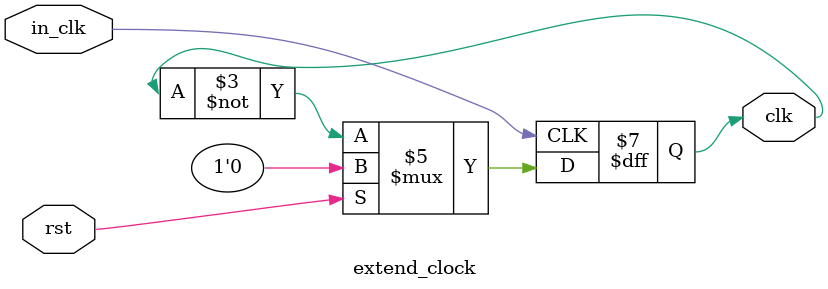
<source format=v>
module extend_clock(clk, in_clk, rst);
	 output reg clk;
	input in_clk, rst;
	
//	integer count;
	
	always @(posedge in_clk)
	begin
		if(rst == 0)
		begin
//			count <= count + 1;
//			if(count % 2 == 0)
//			begin
				clk <= ~clk;
//			end
		end
		else
		begin
//			count <= 0;
			clk <= 1'b0; 
		end
	end
endmodule 

//citation :
//http://referencedesigner.com/tutorials/verilogexamples/verilog_ex_02.php
</source>
